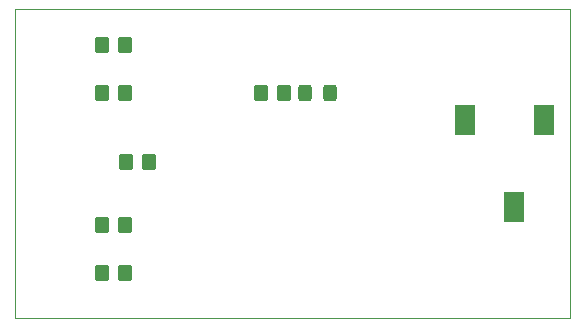
<source format=gbr>
%TF.GenerationSoftware,KiCad,Pcbnew,(6.0.4)*%
%TF.CreationDate,2022-07-05T22:15:58-06:00*%
%TF.ProjectId,fourPostScematic,666f7572-506f-4737-9453-63656d617469,rev?*%
%TF.SameCoordinates,Original*%
%TF.FileFunction,Paste,Top*%
%TF.FilePolarity,Positive*%
%FSLAX46Y46*%
G04 Gerber Fmt 4.6, Leading zero omitted, Abs format (unit mm)*
G04 Created by KiCad (PCBNEW (6.0.4)) date 2022-07-05 22:15:58*
%MOMM*%
%LPD*%
G01*
G04 APERTURE LIST*
G04 Aperture macros list*
%AMRoundRect*
0 Rectangle with rounded corners*
0 $1 Rounding radius*
0 $2 $3 $4 $5 $6 $7 $8 $9 X,Y pos of 4 corners*
0 Add a 4 corners polygon primitive as box body*
4,1,4,$2,$3,$4,$5,$6,$7,$8,$9,$2,$3,0*
0 Add four circle primitives for the rounded corners*
1,1,$1+$1,$2,$3*
1,1,$1+$1,$4,$5*
1,1,$1+$1,$6,$7*
1,1,$1+$1,$8,$9*
0 Add four rect primitives between the rounded corners*
20,1,$1+$1,$2,$3,$4,$5,0*
20,1,$1+$1,$4,$5,$6,$7,0*
20,1,$1+$1,$6,$7,$8,$9,0*
20,1,$1+$1,$8,$9,$2,$3,0*%
G04 Aperture macros list end*
%TA.AperFunction,Profile*%
%ADD10C,0.100000*%
%TD*%
%ADD11R,1.800000X2.600000*%
%ADD12RoundRect,0.250000X-0.350000X-0.450000X0.350000X-0.450000X0.350000X0.450000X-0.350000X0.450000X0*%
%ADD13RoundRect,0.250000X0.325000X0.450000X-0.325000X0.450000X-0.325000X-0.450000X0.325000X-0.450000X0*%
G04 APERTURE END LIST*
D10*
X68072000Y-55372000D02*
X115062000Y-55372000D01*
X115062000Y-55372000D02*
X115062000Y-81534000D01*
X115062000Y-81534000D02*
X68072000Y-81534000D01*
X68072000Y-81534000D02*
X68072000Y-55372000D01*
D11*
%TO.C,J1*%
X112940000Y-64759500D03*
X106190000Y-64759500D03*
X110340000Y-72159500D03*
%TD*%
D12*
%TO.C,R6*%
X88916000Y-62484000D03*
X90916000Y-62484000D03*
%TD*%
%TO.C,R4*%
X75454000Y-77724000D03*
X77454000Y-77724000D03*
%TD*%
D13*
%TO.C,D1*%
X94751000Y-62484000D03*
X92701000Y-62484000D03*
%TD*%
D12*
%TO.C,R2*%
X75454000Y-62484000D03*
X77454000Y-62484000D03*
%TD*%
%TO.C,R5*%
X77486000Y-68326000D03*
X79486000Y-68326000D03*
%TD*%
%TO.C,R3*%
X75454000Y-73660000D03*
X77454000Y-73660000D03*
%TD*%
%TO.C,R1*%
X75454000Y-58420000D03*
X77454000Y-58420000D03*
%TD*%
M02*

</source>
